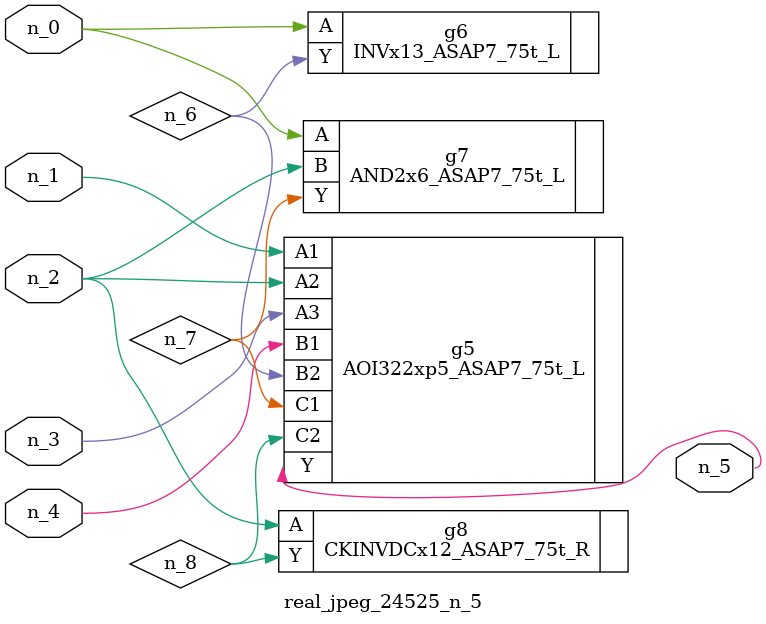
<source format=v>
module real_jpeg_24525_n_5 (n_4, n_0, n_1, n_2, n_3, n_5);

input n_4;
input n_0;
input n_1;
input n_2;
input n_3;

output n_5;

wire n_8;
wire n_6;
wire n_7;

INVx13_ASAP7_75t_L g6 ( 
.A(n_0),
.Y(n_6)
);

AND2x6_ASAP7_75t_L g7 ( 
.A(n_0),
.B(n_2),
.Y(n_7)
);

AOI322xp5_ASAP7_75t_L g5 ( 
.A1(n_1),
.A2(n_2),
.A3(n_3),
.B1(n_4),
.B2(n_6),
.C1(n_7),
.C2(n_8),
.Y(n_5)
);

CKINVDCx12_ASAP7_75t_R g8 ( 
.A(n_2),
.Y(n_8)
);


endmodule
</source>
